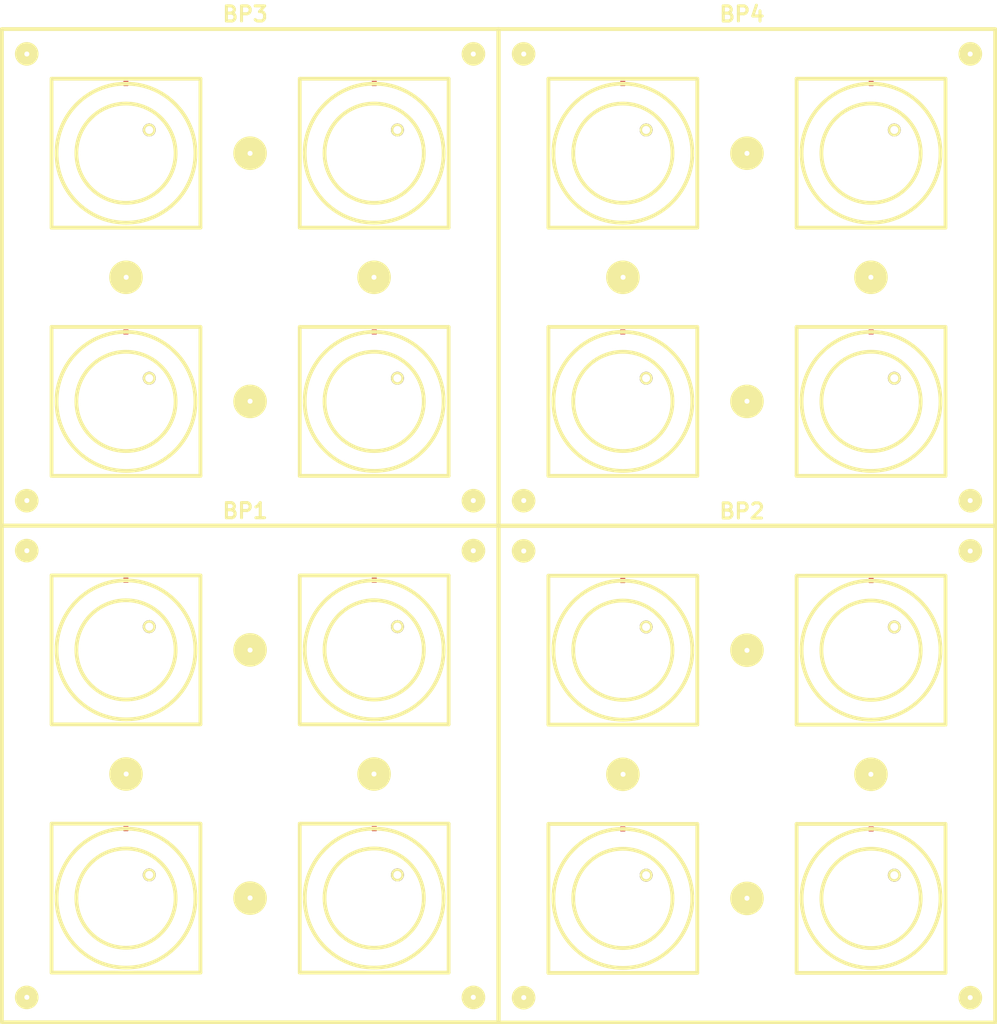
<source format=kicad_pcb>
(kicad_pcb (version 4) (host pcbnew 4.0.4-stable)

  (general
    (links 0)
    (no_connects 0)
    (area 173.998279 25.42098 275.581721 131.71104)
    (thickness 1.6)
    (drawings 0)
    (tracks 0)
    (zones 0)
    (modules 4)
    (nets 33)
  )

  (page A4)
  (layers
    (0 F.Cu signal)
    (31 B.Cu signal)
    (32 B.Adhes user)
    (33 F.Adhes user)
    (34 B.Paste user)
    (35 F.Paste user)
    (36 B.SilkS user)
    (37 F.SilkS user)
    (38 B.Mask user)
    (39 F.Mask user)
    (40 Dwgs.User user)
    (41 Cmts.User user)
    (42 Eco1.User user)
    (43 Eco2.User user)
    (44 Edge.Cuts user)
    (45 Margin user)
    (46 B.CrtYd user)
    (47 F.CrtYd user)
    (48 B.Fab user)
    (49 F.Fab user)
  )

  (setup
    (last_trace_width 0.25)
    (trace_clearance 0.2)
    (zone_clearance 0.508)
    (zone_45_only no)
    (trace_min 0.2)
    (segment_width 0.2)
    (edge_width 0.15)
    (via_size 0.6)
    (via_drill 0.4)
    (via_min_size 0.4)
    (via_min_drill 0.3)
    (uvia_size 0.3)
    (uvia_drill 0.1)
    (uvias_allowed no)
    (uvia_min_size 0.2)
    (uvia_min_drill 0.1)
    (pcb_text_width 0.3)
    (pcb_text_size 1.5 1.5)
    (mod_edge_width 0.15)
    (mod_text_size 1 1)
    (mod_text_width 0.15)
    (pad_size 1.524 1.524)
    (pad_drill 0.762)
    (pad_to_mask_clearance 0.2)
    (aux_axis_origin 0 0)
    (visible_elements FFFFEF7F)
    (pcbplotparams
      (layerselection 0x00030_80000001)
      (usegerberextensions false)
      (excludeedgelayer true)
      (linewidth 0.100000)
      (plotframeref false)
      (viasonmask false)
      (mode 1)
      (useauxorigin false)
      (hpglpennumber 1)
      (hpglpenspeed 20)
      (hpglpendiameter 15)
      (hpglpenoverlay 2)
      (psnegative false)
      (psa4output false)
      (plotreference true)
      (plotvalue true)
      (plotinvisibletext false)
      (padsonsilk false)
      (subtractmaskfromsilk false)
      (outputformat 1)
      (mirror false)
      (drillshape 1)
      (scaleselection 1)
      (outputdirectory ""))
  )

  (net 0 "")
  (net 1 "Net-(BP1-Pad21)")
  (net 2 "Net-(BP1-Pad23)")
  (net 3 "Net-(BP1-Pad19)")
  (net 4 "Net-(BP1-Pad17)")
  (net 5 "Net-(BP1-Pad22)")
  (net 6 "Net-(BP1-Pad18)")
  (net 7 "Net-(BP1-Pad20)")
  (net 8 "Net-(BP1-Pad24)")
  (net 9 "Net-(BP2-Pad21)")
  (net 10 "Net-(BP2-Pad23)")
  (net 11 "Net-(BP2-Pad19)")
  (net 12 "Net-(BP2-Pad17)")
  (net 13 "Net-(BP2-Pad22)")
  (net 14 "Net-(BP2-Pad18)")
  (net 15 "Net-(BP2-Pad20)")
  (net 16 "Net-(BP2-Pad24)")
  (net 17 "Net-(BP3-Pad21)")
  (net 18 "Net-(BP3-Pad23)")
  (net 19 "Net-(BP3-Pad19)")
  (net 20 "Net-(BP3-Pad17)")
  (net 21 "Net-(BP3-Pad22)")
  (net 22 "Net-(BP3-Pad18)")
  (net 23 "Net-(BP3-Pad20)")
  (net 24 "Net-(BP3-Pad24)")
  (net 25 "Net-(BP4-Pad21)")
  (net 26 "Net-(BP4-Pad23)")
  (net 27 "Net-(BP4-Pad19)")
  (net 28 "Net-(BP4-Pad17)")
  (net 29 "Net-(BP4-Pad22)")
  (net 30 "Net-(BP4-Pad18)")
  (net 31 "Net-(BP4-Pad20)")
  (net 32 "Net-(BP4-Pad24)")

  (net_class Default "This is the default net class."
    (clearance 0.2)
    (trace_width 0.25)
    (via_dia 0.6)
    (via_drill 0.4)
    (uvia_dia 0.3)
    (uvia_drill 0.1)
    (add_net "Net-(BP1-Pad17)")
    (add_net "Net-(BP1-Pad18)")
    (add_net "Net-(BP1-Pad19)")
    (add_net "Net-(BP1-Pad20)")
    (add_net "Net-(BP1-Pad21)")
    (add_net "Net-(BP1-Pad22)")
    (add_net "Net-(BP1-Pad23)")
    (add_net "Net-(BP1-Pad24)")
    (add_net "Net-(BP2-Pad17)")
    (add_net "Net-(BP2-Pad18)")
    (add_net "Net-(BP2-Pad19)")
    (add_net "Net-(BP2-Pad20)")
    (add_net "Net-(BP2-Pad21)")
    (add_net "Net-(BP2-Pad22)")
    (add_net "Net-(BP2-Pad23)")
    (add_net "Net-(BP2-Pad24)")
    (add_net "Net-(BP3-Pad17)")
    (add_net "Net-(BP3-Pad18)")
    (add_net "Net-(BP3-Pad19)")
    (add_net "Net-(BP3-Pad20)")
    (add_net "Net-(BP3-Pad21)")
    (add_net "Net-(BP3-Pad22)")
    (add_net "Net-(BP3-Pad23)")
    (add_net "Net-(BP3-Pad24)")
    (add_net "Net-(BP4-Pad17)")
    (add_net "Net-(BP4-Pad18)")
    (add_net "Net-(BP4-Pad19)")
    (add_net "Net-(BP4-Pad20)")
    (add_net "Net-(BP4-Pad21)")
    (add_net "Net-(BP4-Pad22)")
    (add_net "Net-(BP4-Pad23)")
    (add_net "Net-(BP4-Pad24)")
  )

  (module button_pad_silicon_2x2:button_pad_silicon_2x2 (layer F.Cu) (tedit 4C59F2A0) (tstamp 582B11D4)
    (at 201.03338 103.73868)
    (path /582B1676)
    (fp_text reference BP1 (at -0.50038 -26.49982) (layer F.SilkS)
      (effects (font (thickness 0.3048)))
    )
    (fp_text value button_pad_silicon_2X2_GBRA (at 0 25.99944) (layer F.SilkS) hide
      (effects (font (thickness 0.3048)))
    )
    (fp_circle (center -22.49932 -22.49932) (end -21.5011 -22.49932) (layer F.SilkS) (width 0.381))
    (fp_circle (center 22.49932 -22.49932) (end 23.50008 -22.49932) (layer F.SilkS) (width 0.381))
    (fp_circle (center 22.49932 22.49932) (end 23.50008 22.49932) (layer F.SilkS) (width 0.381))
    (fp_circle (center -22.49932 22.49932) (end -21.5011 22.49932) (layer F.SilkS) (width 0.381))
    (fp_circle (center 0 -12.49934) (end 1.50114 -12.49934) (layer F.SilkS) (width 0.381))
    (fp_circle (center 12.49172 0) (end 12.49172 1.50114) (layer F.SilkS) (width 0.381))
    (fp_circle (center -12.49934 0) (end -12.49934 1.50114) (layer F.SilkS) (width 0.381))
    (fp_circle (center 0 12.49934) (end 1.50114 12.49934) (layer F.SilkS) (width 0.381))
    (fp_circle (center 12.49934 12.49934) (end 17.5006 12.49934) (layer F.SilkS) (width 0.381))
    (fp_circle (center 12.49934 12.49934) (end 19.49958 12.49934) (layer F.SilkS) (width 0.381))
    (fp_circle (center 12.49934 -12.49934) (end 17.5006 -12.49934) (layer F.SilkS) (width 0.381))
    (fp_circle (center 12.49934 -12.49934) (end 19.49958 -12.49934) (layer F.SilkS) (width 0.381))
    (fp_circle (center -12.49934 -12.49934) (end -7.50062 -12.49934) (layer F.SilkS) (width 0.381))
    (fp_circle (center -12.49934 -12.49934) (end -5.4991 -12.49934) (layer F.SilkS) (width 0.381))
    (fp_circle (center -12.49934 12.49934) (end -7.50062 12.49934) (layer F.SilkS) (width 0.381))
    (fp_circle (center -12.49934 12.49934) (end -5.4991 12.49934) (layer F.SilkS) (width 0.381))
    (fp_line (start 5.00126 5.00126) (end 5.00126 19.99996) (layer F.SilkS) (width 0.381))
    (fp_line (start 5.00126 19.99996) (end 19.99996 19.99996) (layer F.SilkS) (width 0.381))
    (fp_line (start 19.99996 19.99996) (end 19.99996 5.00126) (layer F.SilkS) (width 0.381))
    (fp_line (start 19.99996 5.00126) (end 5.00126 5.00126) (layer F.SilkS) (width 0.381))
    (fp_line (start 5.00126 -19.99996) (end 5.00126 -5.00126) (layer F.SilkS) (width 0.381))
    (fp_line (start 5.00126 -5.00126) (end 19.99996 -5.00126) (layer F.SilkS) (width 0.381))
    (fp_line (start 19.99996 -5.00126) (end 19.99996 -19.99996) (layer F.SilkS) (width 0.381))
    (fp_line (start 19.99996 -19.99996) (end 5.00126 -19.99996) (layer F.SilkS) (width 0.381))
    (fp_line (start -19.99996 -19.99996) (end -19.99996 -5.00126) (layer F.SilkS) (width 0.381))
    (fp_line (start -19.99996 -5.00126) (end -5.00126 -5.00126) (layer F.SilkS) (width 0.381))
    (fp_line (start -5.00126 -5.00126) (end -5.00126 -19.99996) (layer F.SilkS) (width 0.381))
    (fp_line (start -5.00126 -19.99996) (end -19.99996 -19.99996) (layer F.SilkS) (width 0.381))
    (fp_line (start -19.99996 19.99996) (end -19.99996 5.00126) (layer F.SilkS) (width 0.381))
    (fp_line (start -19.99996 5.00126) (end -5.00126 5.00126) (layer F.SilkS) (width 0.381))
    (fp_line (start -5.00126 5.00126) (end -5.00126 19.99996) (layer F.SilkS) (width 0.381))
    (fp_line (start -5.00126 19.99996) (end -19.99996 19.99996) (layer F.SilkS) (width 0.381))
    (fp_line (start -25.00122 -25.00122) (end -25.00122 25.00122) (layer F.SilkS) (width 0.381))
    (fp_line (start -25.00122 25.00122) (end 25.00122 25.00122) (layer F.SilkS) (width 0.381))
    (fp_line (start 25.00122 25.00122) (end 25.00122 -25.00122) (layer F.SilkS) (width 0.381))
    (fp_line (start 25.00122 -25.00122) (end -25.00122 -25.00122) (layer F.SilkS) (width 0.381))
    (pad 21 thru_hole circle (at -10.15746 10.16254) (size 1.30048 1.30048) (drill 0.8001) (layers *.Cu *.Mask F.SilkS)
      (net 1 "Net-(BP1-Pad21)"))
    (pad 23 thru_hole circle (at 14.84122 10.16254) (size 1.30048 1.30048) (drill 0.8001) (layers *.Cu *.Mask F.SilkS)
      (net 2 "Net-(BP1-Pad23)"))
    (pad 19 thru_hole circle (at 14.84122 -14.83868) (size 1.30048 1.30048) (drill 0.8001) (layers *.Cu *.Mask F.SilkS)
      (net 3 "Net-(BP1-Pad19)"))
    (pad 17 thru_hole circle (at -10.16 -14.83868) (size 1.30048 1.30048) (drill 0.8001) (layers *.Cu *.Mask F.SilkS)
      (net 4 "Net-(BP1-Pad17)"))
    (pad 22 smd rect (at -12.5095 5.50418) (size 0.50038 0.50038) (layers F.Cu F.Paste F.Mask)
      (net 5 "Net-(BP1-Pad22)"))
    (pad 18 smd rect (at -12.5095 -19.51482) (size 0.50038 0.50038) (layers F.Cu F.Paste F.Mask)
      (net 6 "Net-(BP1-Pad18)"))
    (pad 20 smd rect (at 12.5095 -19.51482) (size 0.50038 0.50038) (layers F.Cu F.Paste F.Mask)
      (net 7 "Net-(BP1-Pad20)"))
    (pad 24 smd rect (at 12.5095 5.50418) (size 0.50038 0.50038) (layers F.Cu F.Paste F.Mask)
      (net 8 "Net-(BP1-Pad24)"))
    (pad "" thru_hole circle (at -12.48156 0) (size 2.99974 2.99974) (drill 0.50038) (layers *.Cu *.Mask F.SilkS))
    (pad "" thru_hole circle (at 0 -12.48156) (size 2.99974 2.99974) (drill 0.50038) (layers *.Cu *.Mask F.SilkS))
    (pad "" thru_hole circle (at 12.48156 0) (size 2.99974 2.99974) (drill 0.50038) (layers *.Cu *.Mask F.SilkS))
    (pad "" thru_hole circle (at 0 12.48156) (size 2.99974 2.99974) (drill 0.50038) (layers *.Cu *.Mask F.SilkS))
    (pad "" thru_hole circle (at 22.48662 -22.48662) (size 1.99898 1.99898) (drill 0.50038) (layers *.Cu *.Mask F.SilkS))
    (pad "" thru_hole circle (at -22.48662 -22.48662) (size 1.99898 1.99898) (drill 0.50038) (layers *.Cu *.Mask F.SilkS))
    (pad "" thru_hole circle (at -22.48662 22.48662) (size 1.99898 1.99898) (drill 0.50038) (layers *.Cu *.Mask F.SilkS))
    (pad "" thru_hole circle (at 22.48662 22.48662) (size 1.99898 1.99898) (drill 0.50038) (layers *.Cu *.Mask F.SilkS))
    (model userlibs/libraries/packages3d/button_pad_silicon_2x2.wrl
      (at (xyz 0 0 0.001))
      (scale (xyz 1.968504 1.968504 1.968504))
      (rotate (xyz -90 0 0))
    )
  )

  (module button_pad_silicon_2x2:button_pad_silicon_2x2 (layer F.Cu) (tedit 4C59F2A0) (tstamp 582B11E8)
    (at 251.08662 103.76662)
    (path /582B17F1)
    (fp_text reference BP2 (at -0.50038 -26.49982) (layer F.SilkS)
      (effects (font (thickness 0.3048)))
    )
    (fp_text value button_pad_silicon_2X2_GBRA (at 0 25.99944) (layer F.SilkS) hide
      (effects (font (thickness 0.3048)))
    )
    (fp_circle (center -22.49932 -22.49932) (end -21.5011 -22.49932) (layer F.SilkS) (width 0.381))
    (fp_circle (center 22.49932 -22.49932) (end 23.50008 -22.49932) (layer F.SilkS) (width 0.381))
    (fp_circle (center 22.49932 22.49932) (end 23.50008 22.49932) (layer F.SilkS) (width 0.381))
    (fp_circle (center -22.49932 22.49932) (end -21.5011 22.49932) (layer F.SilkS) (width 0.381))
    (fp_circle (center 0 -12.49934) (end 1.50114 -12.49934) (layer F.SilkS) (width 0.381))
    (fp_circle (center 12.49172 0) (end 12.49172 1.50114) (layer F.SilkS) (width 0.381))
    (fp_circle (center -12.49934 0) (end -12.49934 1.50114) (layer F.SilkS) (width 0.381))
    (fp_circle (center 0 12.49934) (end 1.50114 12.49934) (layer F.SilkS) (width 0.381))
    (fp_circle (center 12.49934 12.49934) (end 17.5006 12.49934) (layer F.SilkS) (width 0.381))
    (fp_circle (center 12.49934 12.49934) (end 19.49958 12.49934) (layer F.SilkS) (width 0.381))
    (fp_circle (center 12.49934 -12.49934) (end 17.5006 -12.49934) (layer F.SilkS) (width 0.381))
    (fp_circle (center 12.49934 -12.49934) (end 19.49958 -12.49934) (layer F.SilkS) (width 0.381))
    (fp_circle (center -12.49934 -12.49934) (end -7.50062 -12.49934) (layer F.SilkS) (width 0.381))
    (fp_circle (center -12.49934 -12.49934) (end -5.4991 -12.49934) (layer F.SilkS) (width 0.381))
    (fp_circle (center -12.49934 12.49934) (end -7.50062 12.49934) (layer F.SilkS) (width 0.381))
    (fp_circle (center -12.49934 12.49934) (end -5.4991 12.49934) (layer F.SilkS) (width 0.381))
    (fp_line (start 5.00126 5.00126) (end 5.00126 19.99996) (layer F.SilkS) (width 0.381))
    (fp_line (start 5.00126 19.99996) (end 19.99996 19.99996) (layer F.SilkS) (width 0.381))
    (fp_line (start 19.99996 19.99996) (end 19.99996 5.00126) (layer F.SilkS) (width 0.381))
    (fp_line (start 19.99996 5.00126) (end 5.00126 5.00126) (layer F.SilkS) (width 0.381))
    (fp_line (start 5.00126 -19.99996) (end 5.00126 -5.00126) (layer F.SilkS) (width 0.381))
    (fp_line (start 5.00126 -5.00126) (end 19.99996 -5.00126) (layer F.SilkS) (width 0.381))
    (fp_line (start 19.99996 -5.00126) (end 19.99996 -19.99996) (layer F.SilkS) (width 0.381))
    (fp_line (start 19.99996 -19.99996) (end 5.00126 -19.99996) (layer F.SilkS) (width 0.381))
    (fp_line (start -19.99996 -19.99996) (end -19.99996 -5.00126) (layer F.SilkS) (width 0.381))
    (fp_line (start -19.99996 -5.00126) (end -5.00126 -5.00126) (layer F.SilkS) (width 0.381))
    (fp_line (start -5.00126 -5.00126) (end -5.00126 -19.99996) (layer F.SilkS) (width 0.381))
    (fp_line (start -5.00126 -19.99996) (end -19.99996 -19.99996) (layer F.SilkS) (width 0.381))
    (fp_line (start -19.99996 19.99996) (end -19.99996 5.00126) (layer F.SilkS) (width 0.381))
    (fp_line (start -19.99996 5.00126) (end -5.00126 5.00126) (layer F.SilkS) (width 0.381))
    (fp_line (start -5.00126 5.00126) (end -5.00126 19.99996) (layer F.SilkS) (width 0.381))
    (fp_line (start -5.00126 19.99996) (end -19.99996 19.99996) (layer F.SilkS) (width 0.381))
    (fp_line (start -25.00122 -25.00122) (end -25.00122 25.00122) (layer F.SilkS) (width 0.381))
    (fp_line (start -25.00122 25.00122) (end 25.00122 25.00122) (layer F.SilkS) (width 0.381))
    (fp_line (start 25.00122 25.00122) (end 25.00122 -25.00122) (layer F.SilkS) (width 0.381))
    (fp_line (start 25.00122 -25.00122) (end -25.00122 -25.00122) (layer F.SilkS) (width 0.381))
    (pad 21 thru_hole circle (at -10.15746 10.16254) (size 1.30048 1.30048) (drill 0.8001) (layers *.Cu *.Mask F.SilkS)
      (net 9 "Net-(BP2-Pad21)"))
    (pad 23 thru_hole circle (at 14.84122 10.16254) (size 1.30048 1.30048) (drill 0.8001) (layers *.Cu *.Mask F.SilkS)
      (net 10 "Net-(BP2-Pad23)"))
    (pad 19 thru_hole circle (at 14.84122 -14.83868) (size 1.30048 1.30048) (drill 0.8001) (layers *.Cu *.Mask F.SilkS)
      (net 11 "Net-(BP2-Pad19)"))
    (pad 17 thru_hole circle (at -10.16 -14.83868) (size 1.30048 1.30048) (drill 0.8001) (layers *.Cu *.Mask F.SilkS)
      (net 12 "Net-(BP2-Pad17)"))
    (pad 22 smd rect (at -12.5095 5.50418) (size 0.50038 0.50038) (layers F.Cu F.Paste F.Mask)
      (net 13 "Net-(BP2-Pad22)"))
    (pad 18 smd rect (at -12.5095 -19.51482) (size 0.50038 0.50038) (layers F.Cu F.Paste F.Mask)
      (net 14 "Net-(BP2-Pad18)"))
    (pad 20 smd rect (at 12.5095 -19.51482) (size 0.50038 0.50038) (layers F.Cu F.Paste F.Mask)
      (net 15 "Net-(BP2-Pad20)"))
    (pad 24 smd rect (at 12.5095 5.50418) (size 0.50038 0.50038) (layers F.Cu F.Paste F.Mask)
      (net 16 "Net-(BP2-Pad24)"))
    (pad "" thru_hole circle (at -12.48156 0) (size 2.99974 2.99974) (drill 0.50038) (layers *.Cu *.Mask F.SilkS))
    (pad "" thru_hole circle (at 0 -12.48156) (size 2.99974 2.99974) (drill 0.50038) (layers *.Cu *.Mask F.SilkS))
    (pad "" thru_hole circle (at 12.48156 0) (size 2.99974 2.99974) (drill 0.50038) (layers *.Cu *.Mask F.SilkS))
    (pad "" thru_hole circle (at 0 12.48156) (size 2.99974 2.99974) (drill 0.50038) (layers *.Cu *.Mask F.SilkS))
    (pad "" thru_hole circle (at 22.48662 -22.48662) (size 1.99898 1.99898) (drill 0.50038) (layers *.Cu *.Mask F.SilkS))
    (pad "" thru_hole circle (at -22.48662 -22.48662) (size 1.99898 1.99898) (drill 0.50038) (layers *.Cu *.Mask F.SilkS))
    (pad "" thru_hole circle (at -22.48662 22.48662) (size 1.99898 1.99898) (drill 0.50038) (layers *.Cu *.Mask F.SilkS))
    (pad "" thru_hole circle (at 22.48662 22.48662) (size 1.99898 1.99898) (drill 0.50038) (layers *.Cu *.Mask F.SilkS))
    (model userlibs/libraries/packages3d/button_pad_silicon_2x2.wrl
      (at (xyz 0 0 0.001))
      (scale (xyz 1.968504 1.968504 1.968504))
      (rotate (xyz -90 0 0))
    )
  )

  (module button_pad_silicon_2x2:button_pad_silicon_2x2 (layer F.Cu) (tedit 4C59F2A0) (tstamp 582B11FC)
    (at 201.03338 53.71338)
    (path /582B1794)
    (fp_text reference BP3 (at -0.50038 -26.49982) (layer F.SilkS)
      (effects (font (thickness 0.3048)))
    )
    (fp_text value button_pad_silicon_2X2_GBRA (at 0 25.99944) (layer F.SilkS) hide
      (effects (font (thickness 0.3048)))
    )
    (fp_circle (center -22.49932 -22.49932) (end -21.5011 -22.49932) (layer F.SilkS) (width 0.381))
    (fp_circle (center 22.49932 -22.49932) (end 23.50008 -22.49932) (layer F.SilkS) (width 0.381))
    (fp_circle (center 22.49932 22.49932) (end 23.50008 22.49932) (layer F.SilkS) (width 0.381))
    (fp_circle (center -22.49932 22.49932) (end -21.5011 22.49932) (layer F.SilkS) (width 0.381))
    (fp_circle (center 0 -12.49934) (end 1.50114 -12.49934) (layer F.SilkS) (width 0.381))
    (fp_circle (center 12.49172 0) (end 12.49172 1.50114) (layer F.SilkS) (width 0.381))
    (fp_circle (center -12.49934 0) (end -12.49934 1.50114) (layer F.SilkS) (width 0.381))
    (fp_circle (center 0 12.49934) (end 1.50114 12.49934) (layer F.SilkS) (width 0.381))
    (fp_circle (center 12.49934 12.49934) (end 17.5006 12.49934) (layer F.SilkS) (width 0.381))
    (fp_circle (center 12.49934 12.49934) (end 19.49958 12.49934) (layer F.SilkS) (width 0.381))
    (fp_circle (center 12.49934 -12.49934) (end 17.5006 -12.49934) (layer F.SilkS) (width 0.381))
    (fp_circle (center 12.49934 -12.49934) (end 19.49958 -12.49934) (layer F.SilkS) (width 0.381))
    (fp_circle (center -12.49934 -12.49934) (end -7.50062 -12.49934) (layer F.SilkS) (width 0.381))
    (fp_circle (center -12.49934 -12.49934) (end -5.4991 -12.49934) (layer F.SilkS) (width 0.381))
    (fp_circle (center -12.49934 12.49934) (end -7.50062 12.49934) (layer F.SilkS) (width 0.381))
    (fp_circle (center -12.49934 12.49934) (end -5.4991 12.49934) (layer F.SilkS) (width 0.381))
    (fp_line (start 5.00126 5.00126) (end 5.00126 19.99996) (layer F.SilkS) (width 0.381))
    (fp_line (start 5.00126 19.99996) (end 19.99996 19.99996) (layer F.SilkS) (width 0.381))
    (fp_line (start 19.99996 19.99996) (end 19.99996 5.00126) (layer F.SilkS) (width 0.381))
    (fp_line (start 19.99996 5.00126) (end 5.00126 5.00126) (layer F.SilkS) (width 0.381))
    (fp_line (start 5.00126 -19.99996) (end 5.00126 -5.00126) (layer F.SilkS) (width 0.381))
    (fp_line (start 5.00126 -5.00126) (end 19.99996 -5.00126) (layer F.SilkS) (width 0.381))
    (fp_line (start 19.99996 -5.00126) (end 19.99996 -19.99996) (layer F.SilkS) (width 0.381))
    (fp_line (start 19.99996 -19.99996) (end 5.00126 -19.99996) (layer F.SilkS) (width 0.381))
    (fp_line (start -19.99996 -19.99996) (end -19.99996 -5.00126) (layer F.SilkS) (width 0.381))
    (fp_line (start -19.99996 -5.00126) (end -5.00126 -5.00126) (layer F.SilkS) (width 0.381))
    (fp_line (start -5.00126 -5.00126) (end -5.00126 -19.99996) (layer F.SilkS) (width 0.381))
    (fp_line (start -5.00126 -19.99996) (end -19.99996 -19.99996) (layer F.SilkS) (width 0.381))
    (fp_line (start -19.99996 19.99996) (end -19.99996 5.00126) (layer F.SilkS) (width 0.381))
    (fp_line (start -19.99996 5.00126) (end -5.00126 5.00126) (layer F.SilkS) (width 0.381))
    (fp_line (start -5.00126 5.00126) (end -5.00126 19.99996) (layer F.SilkS) (width 0.381))
    (fp_line (start -5.00126 19.99996) (end -19.99996 19.99996) (layer F.SilkS) (width 0.381))
    (fp_line (start -25.00122 -25.00122) (end -25.00122 25.00122) (layer F.SilkS) (width 0.381))
    (fp_line (start -25.00122 25.00122) (end 25.00122 25.00122) (layer F.SilkS) (width 0.381))
    (fp_line (start 25.00122 25.00122) (end 25.00122 -25.00122) (layer F.SilkS) (width 0.381))
    (fp_line (start 25.00122 -25.00122) (end -25.00122 -25.00122) (layer F.SilkS) (width 0.381))
    (pad 21 thru_hole circle (at -10.15746 10.16254) (size 1.30048 1.30048) (drill 0.8001) (layers *.Cu *.Mask F.SilkS)
      (net 17 "Net-(BP3-Pad21)"))
    (pad 23 thru_hole circle (at 14.84122 10.16254) (size 1.30048 1.30048) (drill 0.8001) (layers *.Cu *.Mask F.SilkS)
      (net 18 "Net-(BP3-Pad23)"))
    (pad 19 thru_hole circle (at 14.84122 -14.83868) (size 1.30048 1.30048) (drill 0.8001) (layers *.Cu *.Mask F.SilkS)
      (net 19 "Net-(BP3-Pad19)"))
    (pad 17 thru_hole circle (at -10.16 -14.83868) (size 1.30048 1.30048) (drill 0.8001) (layers *.Cu *.Mask F.SilkS)
      (net 20 "Net-(BP3-Pad17)"))
    (pad 22 smd rect (at -12.5095 5.50418) (size 0.50038 0.50038) (layers F.Cu F.Paste F.Mask)
      (net 21 "Net-(BP3-Pad22)"))
    (pad 18 smd rect (at -12.5095 -19.51482) (size 0.50038 0.50038) (layers F.Cu F.Paste F.Mask)
      (net 22 "Net-(BP3-Pad18)"))
    (pad 20 smd rect (at 12.5095 -19.51482) (size 0.50038 0.50038) (layers F.Cu F.Paste F.Mask)
      (net 23 "Net-(BP3-Pad20)"))
    (pad 24 smd rect (at 12.5095 5.50418) (size 0.50038 0.50038) (layers F.Cu F.Paste F.Mask)
      (net 24 "Net-(BP3-Pad24)"))
    (pad "" thru_hole circle (at -12.48156 0) (size 2.99974 2.99974) (drill 0.50038) (layers *.Cu *.Mask F.SilkS))
    (pad "" thru_hole circle (at 0 -12.48156) (size 2.99974 2.99974) (drill 0.50038) (layers *.Cu *.Mask F.SilkS))
    (pad "" thru_hole circle (at 12.48156 0) (size 2.99974 2.99974) (drill 0.50038) (layers *.Cu *.Mask F.SilkS))
    (pad "" thru_hole circle (at 0 12.48156) (size 2.99974 2.99974) (drill 0.50038) (layers *.Cu *.Mask F.SilkS))
    (pad "" thru_hole circle (at 22.48662 -22.48662) (size 1.99898 1.99898) (drill 0.50038) (layers *.Cu *.Mask F.SilkS))
    (pad "" thru_hole circle (at -22.48662 -22.48662) (size 1.99898 1.99898) (drill 0.50038) (layers *.Cu *.Mask F.SilkS))
    (pad "" thru_hole circle (at -22.48662 22.48662) (size 1.99898 1.99898) (drill 0.50038) (layers *.Cu *.Mask F.SilkS))
    (pad "" thru_hole circle (at 22.48662 22.48662) (size 1.99898 1.99898) (drill 0.50038) (layers *.Cu *.Mask F.SilkS))
    (model userlibs/libraries/packages3d/button_pad_silicon_2x2.wrl
      (at (xyz 0 0 0.001))
      (scale (xyz 1.968504 1.968504 1.968504))
      (rotate (xyz -90 0 0))
    )
  )

  (module button_pad_silicon_2x2:button_pad_silicon_2x2 (layer F.Cu) (tedit 4C59F2A0) (tstamp 582B1210)
    (at 251.08662 53.71338)
    (path /582B1929)
    (fp_text reference BP4 (at -0.50038 -26.49982) (layer F.SilkS)
      (effects (font (thickness 0.3048)))
    )
    (fp_text value button_pad_silicon_2X2_GBRA (at 0 25.99944) (layer F.SilkS) hide
      (effects (font (thickness 0.3048)))
    )
    (fp_circle (center -22.49932 -22.49932) (end -21.5011 -22.49932) (layer F.SilkS) (width 0.381))
    (fp_circle (center 22.49932 -22.49932) (end 23.50008 -22.49932) (layer F.SilkS) (width 0.381))
    (fp_circle (center 22.49932 22.49932) (end 23.50008 22.49932) (layer F.SilkS) (width 0.381))
    (fp_circle (center -22.49932 22.49932) (end -21.5011 22.49932) (layer F.SilkS) (width 0.381))
    (fp_circle (center 0 -12.49934) (end 1.50114 -12.49934) (layer F.SilkS) (width 0.381))
    (fp_circle (center 12.49172 0) (end 12.49172 1.50114) (layer F.SilkS) (width 0.381))
    (fp_circle (center -12.49934 0) (end -12.49934 1.50114) (layer F.SilkS) (width 0.381))
    (fp_circle (center 0 12.49934) (end 1.50114 12.49934) (layer F.SilkS) (width 0.381))
    (fp_circle (center 12.49934 12.49934) (end 17.5006 12.49934) (layer F.SilkS) (width 0.381))
    (fp_circle (center 12.49934 12.49934) (end 19.49958 12.49934) (layer F.SilkS) (width 0.381))
    (fp_circle (center 12.49934 -12.49934) (end 17.5006 -12.49934) (layer F.SilkS) (width 0.381))
    (fp_circle (center 12.49934 -12.49934) (end 19.49958 -12.49934) (layer F.SilkS) (width 0.381))
    (fp_circle (center -12.49934 -12.49934) (end -7.50062 -12.49934) (layer F.SilkS) (width 0.381))
    (fp_circle (center -12.49934 -12.49934) (end -5.4991 -12.49934) (layer F.SilkS) (width 0.381))
    (fp_circle (center -12.49934 12.49934) (end -7.50062 12.49934) (layer F.SilkS) (width 0.381))
    (fp_circle (center -12.49934 12.49934) (end -5.4991 12.49934) (layer F.SilkS) (width 0.381))
    (fp_line (start 5.00126 5.00126) (end 5.00126 19.99996) (layer F.SilkS) (width 0.381))
    (fp_line (start 5.00126 19.99996) (end 19.99996 19.99996) (layer F.SilkS) (width 0.381))
    (fp_line (start 19.99996 19.99996) (end 19.99996 5.00126) (layer F.SilkS) (width 0.381))
    (fp_line (start 19.99996 5.00126) (end 5.00126 5.00126) (layer F.SilkS) (width 0.381))
    (fp_line (start 5.00126 -19.99996) (end 5.00126 -5.00126) (layer F.SilkS) (width 0.381))
    (fp_line (start 5.00126 -5.00126) (end 19.99996 -5.00126) (layer F.SilkS) (width 0.381))
    (fp_line (start 19.99996 -5.00126) (end 19.99996 -19.99996) (layer F.SilkS) (width 0.381))
    (fp_line (start 19.99996 -19.99996) (end 5.00126 -19.99996) (layer F.SilkS) (width 0.381))
    (fp_line (start -19.99996 -19.99996) (end -19.99996 -5.00126) (layer F.SilkS) (width 0.381))
    (fp_line (start -19.99996 -5.00126) (end -5.00126 -5.00126) (layer F.SilkS) (width 0.381))
    (fp_line (start -5.00126 -5.00126) (end -5.00126 -19.99996) (layer F.SilkS) (width 0.381))
    (fp_line (start -5.00126 -19.99996) (end -19.99996 -19.99996) (layer F.SilkS) (width 0.381))
    (fp_line (start -19.99996 19.99996) (end -19.99996 5.00126) (layer F.SilkS) (width 0.381))
    (fp_line (start -19.99996 5.00126) (end -5.00126 5.00126) (layer F.SilkS) (width 0.381))
    (fp_line (start -5.00126 5.00126) (end -5.00126 19.99996) (layer F.SilkS) (width 0.381))
    (fp_line (start -5.00126 19.99996) (end -19.99996 19.99996) (layer F.SilkS) (width 0.381))
    (fp_line (start -25.00122 -25.00122) (end -25.00122 25.00122) (layer F.SilkS) (width 0.381))
    (fp_line (start -25.00122 25.00122) (end 25.00122 25.00122) (layer F.SilkS) (width 0.381))
    (fp_line (start 25.00122 25.00122) (end 25.00122 -25.00122) (layer F.SilkS) (width 0.381))
    (fp_line (start 25.00122 -25.00122) (end -25.00122 -25.00122) (layer F.SilkS) (width 0.381))
    (pad 21 thru_hole circle (at -10.15746 10.16254) (size 1.30048 1.30048) (drill 0.8001) (layers *.Cu *.Mask F.SilkS)
      (net 25 "Net-(BP4-Pad21)"))
    (pad 23 thru_hole circle (at 14.84122 10.16254) (size 1.30048 1.30048) (drill 0.8001) (layers *.Cu *.Mask F.SilkS)
      (net 26 "Net-(BP4-Pad23)"))
    (pad 19 thru_hole circle (at 14.84122 -14.83868) (size 1.30048 1.30048) (drill 0.8001) (layers *.Cu *.Mask F.SilkS)
      (net 27 "Net-(BP4-Pad19)"))
    (pad 17 thru_hole circle (at -10.16 -14.83868) (size 1.30048 1.30048) (drill 0.8001) (layers *.Cu *.Mask F.SilkS)
      (net 28 "Net-(BP4-Pad17)"))
    (pad 22 smd rect (at -12.5095 5.50418) (size 0.50038 0.50038) (layers F.Cu F.Paste F.Mask)
      (net 29 "Net-(BP4-Pad22)"))
    (pad 18 smd rect (at -12.5095 -19.51482) (size 0.50038 0.50038) (layers F.Cu F.Paste F.Mask)
      (net 30 "Net-(BP4-Pad18)"))
    (pad 20 smd rect (at 12.5095 -19.51482) (size 0.50038 0.50038) (layers F.Cu F.Paste F.Mask)
      (net 31 "Net-(BP4-Pad20)"))
    (pad 24 smd rect (at 12.5095 5.50418) (size 0.50038 0.50038) (layers F.Cu F.Paste F.Mask)
      (net 32 "Net-(BP4-Pad24)"))
    (pad "" thru_hole circle (at -12.48156 0) (size 2.99974 2.99974) (drill 0.50038) (layers *.Cu *.Mask F.SilkS))
    (pad "" thru_hole circle (at 0 -12.48156) (size 2.99974 2.99974) (drill 0.50038) (layers *.Cu *.Mask F.SilkS))
    (pad "" thru_hole circle (at 12.48156 0) (size 2.99974 2.99974) (drill 0.50038) (layers *.Cu *.Mask F.SilkS))
    (pad "" thru_hole circle (at 0 12.48156) (size 2.99974 2.99974) (drill 0.50038) (layers *.Cu *.Mask F.SilkS))
    (pad "" thru_hole circle (at 22.48662 -22.48662) (size 1.99898 1.99898) (drill 0.50038) (layers *.Cu *.Mask F.SilkS))
    (pad "" thru_hole circle (at -22.48662 -22.48662) (size 1.99898 1.99898) (drill 0.50038) (layers *.Cu *.Mask F.SilkS))
    (pad "" thru_hole circle (at -22.48662 22.48662) (size 1.99898 1.99898) (drill 0.50038) (layers *.Cu *.Mask F.SilkS))
    (pad "" thru_hole circle (at 22.48662 22.48662) (size 1.99898 1.99898) (drill 0.50038) (layers *.Cu *.Mask F.SilkS))
    (model userlibs/libraries/packages3d/button_pad_silicon_2x2.wrl
      (at (xyz 0 0 0.001))
      (scale (xyz 1.968504 1.968504 1.968504))
      (rotate (xyz -90 0 0))
    )
  )

)

</source>
